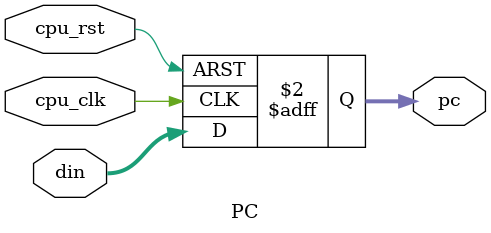
<source format=v>
`timescale 1ns / 1ps

module PC(
    input  wire        cpu_rst,
    input  wire        cpu_clk,
    input  wire [31:0] din,
    output reg  [31:0] pc
);

    always @(posedge cpu_clk or posedge cpu_rst) begin
        if (cpu_rst) begin
            pc <= 32'h0000_0000 - 32'h0000_0004; // Reset时将PC设置为0xFFFFFFFC
        end else begin
            pc <= din;
        end
    end

endmodule

</source>
